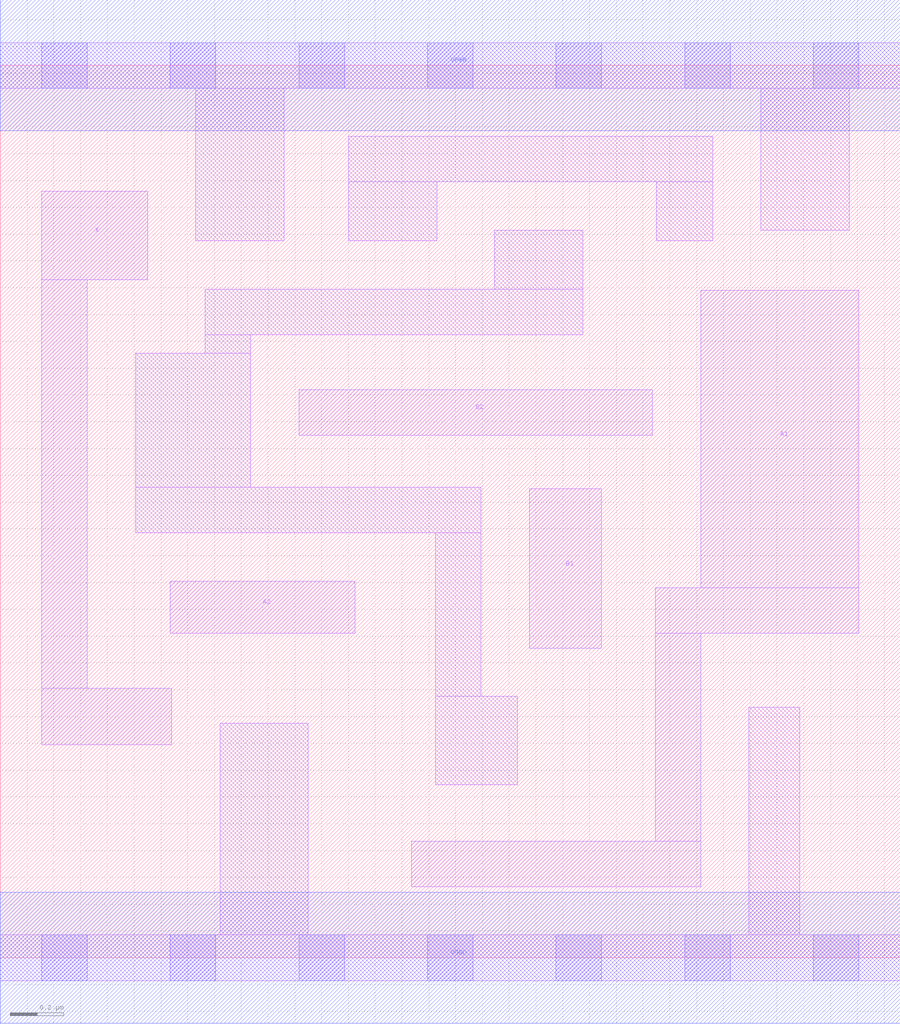
<source format=lef>
# Copyright 2020 The SkyWater PDK Authors
#
# Licensed under the Apache License, Version 2.0 (the "License");
# you may not use this file except in compliance with the License.
# You may obtain a copy of the License at
#
#     https://www.apache.org/licenses/LICENSE-2.0
#
# Unless required by applicable law or agreed to in writing, software
# distributed under the License is distributed on an "AS IS" BASIS,
# WITHOUT WARRANTIES OR CONDITIONS OF ANY KIND, either express or implied.
# See the License for the specific language governing permissions and
# limitations under the License.
#
# SPDX-License-Identifier: Apache-2.0

VERSION 5.7 ;
  NOWIREEXTENSIONATPIN ON ;
  DIVIDERCHAR "/" ;
  BUSBITCHARS "[]" ;
UNITS
  DATABASE MICRONS 200 ;
END UNITS
MACRO sky130_fd_sc_lp__a22o_m
  CLASS CORE ;
  FOREIGN sky130_fd_sc_lp__a22o_m ;
  ORIGIN  0.000000  0.000000 ;
  SIZE  3.360000 BY  3.330000 ;
  SYMMETRY X Y R90 ;
  SITE unit ;
  PIN A1
    ANTENNAGATEAREA  0.126000 ;
    DIRECTION INPUT ;
    USE SIGNAL ;
    PORT
      LAYER li1 ;
        RECT 1.535000 0.265000 2.615000 0.435000 ;
        RECT 2.445000 0.435000 2.615000 1.210000 ;
        RECT 2.445000 1.210000 3.205000 1.380000 ;
        RECT 2.615000 1.380000 3.205000 2.490000 ;
    END
  END A1
  PIN A2
    ANTENNAGATEAREA  0.126000 ;
    DIRECTION INPUT ;
    USE SIGNAL ;
    PORT
      LAYER li1 ;
        RECT 0.635000 1.210000 1.325000 1.405000 ;
    END
  END A2
  PIN B1
    ANTENNAGATEAREA  0.126000 ;
    DIRECTION INPUT ;
    USE SIGNAL ;
    PORT
      LAYER li1 ;
        RECT 1.975000 1.155000 2.245000 1.750000 ;
    END
  END B1
  PIN B2
    ANTENNAGATEAREA  0.126000 ;
    DIRECTION INPUT ;
    USE SIGNAL ;
    PORT
      LAYER li1 ;
        RECT 1.115000 1.950000 2.435000 2.120000 ;
    END
  END B2
  PIN X
    ANTENNADIFFAREA  0.231000 ;
    DIRECTION OUTPUT ;
    USE SIGNAL ;
    PORT
      LAYER li1 ;
        RECT 0.155000 0.795000 0.640000 1.005000 ;
        RECT 0.155000 1.005000 0.325000 2.530000 ;
        RECT 0.155000 2.530000 0.550000 2.860000 ;
    END
  END X
  PIN VGND
    DIRECTION INOUT ;
    USE GROUND ;
    PORT
      LAYER met1 ;
        RECT 0.000000 -0.245000 3.360000 0.245000 ;
    END
  END VGND
  PIN VPWR
    DIRECTION INOUT ;
    USE POWER ;
    PORT
      LAYER met1 ;
        RECT 0.000000 3.085000 3.360000 3.575000 ;
    END
  END VPWR
  OBS
    LAYER li1 ;
      RECT 0.000000 -0.085000 3.360000 0.085000 ;
      RECT 0.000000  3.245000 3.360000 3.415000 ;
      RECT 0.505000  1.585000 1.795000 1.755000 ;
      RECT 0.505000  1.755000 0.935000 2.255000 ;
      RECT 0.730000  2.675000 1.060000 3.245000 ;
      RECT 0.765000  2.255000 0.935000 2.325000 ;
      RECT 0.765000  2.325000 2.175000 2.495000 ;
      RECT 0.820000  0.085000 1.150000 0.875000 ;
      RECT 1.300000  2.675000 1.630000 2.895000 ;
      RECT 1.300000  2.895000 2.660000 3.065000 ;
      RECT 1.625000  0.645000 1.930000 0.975000 ;
      RECT 1.625000  0.975000 1.795000 1.585000 ;
      RECT 1.845000  2.495000 2.175000 2.715000 ;
      RECT 2.450000  2.675000 2.660000 2.895000 ;
      RECT 2.795000  0.085000 2.985000 0.935000 ;
      RECT 2.840000  2.715000 3.170000 3.245000 ;
    LAYER mcon ;
      RECT 0.155000 -0.085000 0.325000 0.085000 ;
      RECT 0.155000  3.245000 0.325000 3.415000 ;
      RECT 0.635000 -0.085000 0.805000 0.085000 ;
      RECT 0.635000  3.245000 0.805000 3.415000 ;
      RECT 1.115000 -0.085000 1.285000 0.085000 ;
      RECT 1.115000  3.245000 1.285000 3.415000 ;
      RECT 1.595000 -0.085000 1.765000 0.085000 ;
      RECT 1.595000  3.245000 1.765000 3.415000 ;
      RECT 2.075000 -0.085000 2.245000 0.085000 ;
      RECT 2.075000  3.245000 2.245000 3.415000 ;
      RECT 2.555000 -0.085000 2.725000 0.085000 ;
      RECT 2.555000  3.245000 2.725000 3.415000 ;
      RECT 3.035000 -0.085000 3.205000 0.085000 ;
      RECT 3.035000  3.245000 3.205000 3.415000 ;
  END
END sky130_fd_sc_lp__a22o_m
END LIBRARY

</source>
